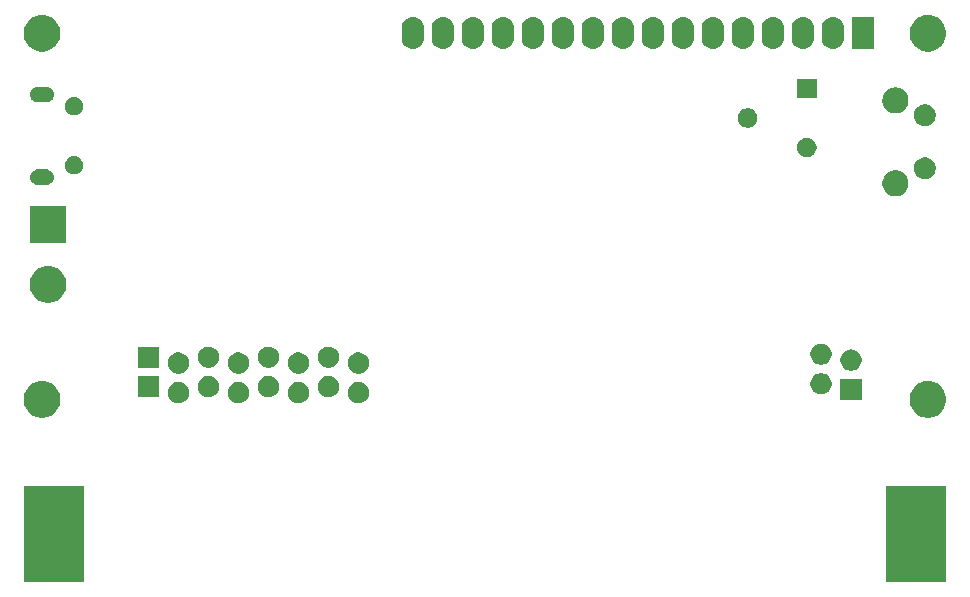
<source format=gbr>
G04 #@! TF.GenerationSoftware,KiCad,Pcbnew,5.1.5*
G04 #@! TF.CreationDate,2020-05-11T21:35:48+02:00*
G04 #@! TF.ProjectId,VCOMLCD,56434f4d-4c43-4442-9e6b-696361645f70,rev?*
G04 #@! TF.SameCoordinates,Original*
G04 #@! TF.FileFunction,Soldermask,Bot*
G04 #@! TF.FilePolarity,Negative*
%FSLAX46Y46*%
G04 Gerber Fmt 4.6, Leading zero omitted, Abs format (unit mm)*
G04 Created by KiCad (PCBNEW 5.1.5) date 2020-05-11 21:35:48*
%MOMM*%
%LPD*%
G04 APERTURE LIST*
%ADD10C,0.100000*%
G04 APERTURE END LIST*
D10*
G36*
X128051000Y-97051000D02*
G01*
X122949000Y-97051000D01*
X122949000Y-88949000D01*
X128051000Y-88949000D01*
X128051000Y-97051000D01*
G37*
G36*
X55051000Y-97051000D02*
G01*
X49949000Y-97051000D01*
X49949000Y-88949000D01*
X55051000Y-88949000D01*
X55051000Y-97051000D01*
G37*
G36*
X51803105Y-80049502D02*
G01*
X51952930Y-80079304D01*
X52235194Y-80196221D01*
X52489225Y-80365959D01*
X52705261Y-80581995D01*
X52874999Y-80836026D01*
X52991123Y-81116376D01*
X52991916Y-81118291D01*
X53048151Y-81401000D01*
X53051520Y-81417940D01*
X53051520Y-81723460D01*
X52991916Y-82023110D01*
X52874999Y-82305374D01*
X52705261Y-82559405D01*
X52489225Y-82775441D01*
X52235194Y-82945179D01*
X51952930Y-83062096D01*
X51803105Y-83091898D01*
X51653281Y-83121700D01*
X51347759Y-83121700D01*
X51197935Y-83091898D01*
X51048110Y-83062096D01*
X50765846Y-82945179D01*
X50511815Y-82775441D01*
X50295779Y-82559405D01*
X50126041Y-82305374D01*
X50009124Y-82023110D01*
X49949520Y-81723460D01*
X49949520Y-81417940D01*
X49952890Y-81401000D01*
X50009124Y-81118291D01*
X50009917Y-81116376D01*
X50126041Y-80836026D01*
X50295779Y-80581995D01*
X50511815Y-80365959D01*
X50765846Y-80196221D01*
X51048110Y-80079304D01*
X51197935Y-80049502D01*
X51347759Y-80019700D01*
X51653281Y-80019700D01*
X51803105Y-80049502D01*
G37*
G36*
X126801685Y-80049502D02*
G01*
X126951510Y-80079304D01*
X127233774Y-80196221D01*
X127487805Y-80365959D01*
X127703841Y-80581995D01*
X127873579Y-80836026D01*
X127989703Y-81116376D01*
X127990496Y-81118291D01*
X128046731Y-81401000D01*
X128050100Y-81417940D01*
X128050100Y-81723460D01*
X127990496Y-82023110D01*
X127873579Y-82305374D01*
X127703841Y-82559405D01*
X127487805Y-82775441D01*
X127233774Y-82945179D01*
X126951510Y-83062096D01*
X126801685Y-83091898D01*
X126651861Y-83121700D01*
X126346339Y-83121700D01*
X126196515Y-83091898D01*
X126046690Y-83062096D01*
X125764426Y-82945179D01*
X125510395Y-82775441D01*
X125294359Y-82559405D01*
X125124621Y-82305374D01*
X125007704Y-82023110D01*
X124948100Y-81723460D01*
X124948100Y-81417940D01*
X124951470Y-81401000D01*
X125007704Y-81118291D01*
X125008497Y-81116376D01*
X125124621Y-80836026D01*
X125294359Y-80581995D01*
X125510395Y-80365959D01*
X125764426Y-80196221D01*
X126046690Y-80079304D01*
X126196515Y-80049502D01*
X126346339Y-80019700D01*
X126651861Y-80019700D01*
X126801685Y-80049502D01*
G37*
G36*
X68233512Y-80103927D02*
G01*
X68382812Y-80133624D01*
X68546784Y-80201544D01*
X68694354Y-80300147D01*
X68819853Y-80425646D01*
X68918456Y-80573216D01*
X68986376Y-80737188D01*
X69021000Y-80911259D01*
X69021000Y-81088741D01*
X68986376Y-81262812D01*
X68918456Y-81426784D01*
X68819853Y-81574354D01*
X68694354Y-81699853D01*
X68546784Y-81798456D01*
X68382812Y-81866376D01*
X68233512Y-81896073D01*
X68208742Y-81901000D01*
X68031258Y-81901000D01*
X68006488Y-81896073D01*
X67857188Y-81866376D01*
X67693216Y-81798456D01*
X67545646Y-81699853D01*
X67420147Y-81574354D01*
X67321544Y-81426784D01*
X67253624Y-81262812D01*
X67219000Y-81088741D01*
X67219000Y-80911259D01*
X67253624Y-80737188D01*
X67321544Y-80573216D01*
X67420147Y-80425646D01*
X67545646Y-80300147D01*
X67693216Y-80201544D01*
X67857188Y-80133624D01*
X68006488Y-80103927D01*
X68031258Y-80099000D01*
X68208742Y-80099000D01*
X68233512Y-80103927D01*
G37*
G36*
X63153512Y-80103927D02*
G01*
X63302812Y-80133624D01*
X63466784Y-80201544D01*
X63614354Y-80300147D01*
X63739853Y-80425646D01*
X63838456Y-80573216D01*
X63906376Y-80737188D01*
X63941000Y-80911259D01*
X63941000Y-81088741D01*
X63906376Y-81262812D01*
X63838456Y-81426784D01*
X63739853Y-81574354D01*
X63614354Y-81699853D01*
X63466784Y-81798456D01*
X63302812Y-81866376D01*
X63153512Y-81896073D01*
X63128742Y-81901000D01*
X62951258Y-81901000D01*
X62926488Y-81896073D01*
X62777188Y-81866376D01*
X62613216Y-81798456D01*
X62465646Y-81699853D01*
X62340147Y-81574354D01*
X62241544Y-81426784D01*
X62173624Y-81262812D01*
X62139000Y-81088741D01*
X62139000Y-80911259D01*
X62173624Y-80737188D01*
X62241544Y-80573216D01*
X62340147Y-80425646D01*
X62465646Y-80300147D01*
X62613216Y-80201544D01*
X62777188Y-80133624D01*
X62926488Y-80103927D01*
X62951258Y-80099000D01*
X63128742Y-80099000D01*
X63153512Y-80103927D01*
G37*
G36*
X73313512Y-80103927D02*
G01*
X73462812Y-80133624D01*
X73626784Y-80201544D01*
X73774354Y-80300147D01*
X73899853Y-80425646D01*
X73998456Y-80573216D01*
X74066376Y-80737188D01*
X74101000Y-80911259D01*
X74101000Y-81088741D01*
X74066376Y-81262812D01*
X73998456Y-81426784D01*
X73899853Y-81574354D01*
X73774354Y-81699853D01*
X73626784Y-81798456D01*
X73462812Y-81866376D01*
X73313512Y-81896073D01*
X73288742Y-81901000D01*
X73111258Y-81901000D01*
X73086488Y-81896073D01*
X72937188Y-81866376D01*
X72773216Y-81798456D01*
X72625646Y-81699853D01*
X72500147Y-81574354D01*
X72401544Y-81426784D01*
X72333624Y-81262812D01*
X72299000Y-81088741D01*
X72299000Y-80911259D01*
X72333624Y-80737188D01*
X72401544Y-80573216D01*
X72500147Y-80425646D01*
X72625646Y-80300147D01*
X72773216Y-80201544D01*
X72937188Y-80133624D01*
X73086488Y-80103927D01*
X73111258Y-80099000D01*
X73288742Y-80099000D01*
X73313512Y-80103927D01*
G37*
G36*
X78393512Y-80103927D02*
G01*
X78542812Y-80133624D01*
X78706784Y-80201544D01*
X78854354Y-80300147D01*
X78979853Y-80425646D01*
X79078456Y-80573216D01*
X79146376Y-80737188D01*
X79181000Y-80911259D01*
X79181000Y-81088741D01*
X79146376Y-81262812D01*
X79078456Y-81426784D01*
X78979853Y-81574354D01*
X78854354Y-81699853D01*
X78706784Y-81798456D01*
X78542812Y-81866376D01*
X78393512Y-81896073D01*
X78368742Y-81901000D01*
X78191258Y-81901000D01*
X78166488Y-81896073D01*
X78017188Y-81866376D01*
X77853216Y-81798456D01*
X77705646Y-81699853D01*
X77580147Y-81574354D01*
X77481544Y-81426784D01*
X77413624Y-81262812D01*
X77379000Y-81088741D01*
X77379000Y-80911259D01*
X77413624Y-80737188D01*
X77481544Y-80573216D01*
X77580147Y-80425646D01*
X77705646Y-80300147D01*
X77853216Y-80201544D01*
X78017188Y-80133624D01*
X78166488Y-80103927D01*
X78191258Y-80099000D01*
X78368742Y-80099000D01*
X78393512Y-80103927D01*
G37*
G36*
X120901000Y-81651000D02*
G01*
X119099000Y-81651000D01*
X119099000Y-79849000D01*
X120901000Y-79849000D01*
X120901000Y-81651000D01*
G37*
G36*
X61401000Y-81401000D02*
G01*
X59599000Y-81401000D01*
X59599000Y-79599000D01*
X61401000Y-79599000D01*
X61401000Y-81401000D01*
G37*
G36*
X65693512Y-79603927D02*
G01*
X65842812Y-79633624D01*
X66006784Y-79701544D01*
X66154354Y-79800147D01*
X66279853Y-79925646D01*
X66378456Y-80073216D01*
X66446376Y-80237188D01*
X66481000Y-80411259D01*
X66481000Y-80588741D01*
X66446376Y-80762812D01*
X66378456Y-80926784D01*
X66279853Y-81074354D01*
X66154354Y-81199853D01*
X66006784Y-81298456D01*
X65842812Y-81366376D01*
X65693512Y-81396073D01*
X65668742Y-81401000D01*
X65491258Y-81401000D01*
X65466488Y-81396073D01*
X65317188Y-81366376D01*
X65153216Y-81298456D01*
X65005646Y-81199853D01*
X64880147Y-81074354D01*
X64781544Y-80926784D01*
X64713624Y-80762812D01*
X64679000Y-80588741D01*
X64679000Y-80411259D01*
X64713624Y-80237188D01*
X64781544Y-80073216D01*
X64880147Y-79925646D01*
X65005646Y-79800147D01*
X65153216Y-79701544D01*
X65317188Y-79633624D01*
X65466488Y-79603927D01*
X65491258Y-79599000D01*
X65668742Y-79599000D01*
X65693512Y-79603927D01*
G37*
G36*
X70773512Y-79603927D02*
G01*
X70922812Y-79633624D01*
X71086784Y-79701544D01*
X71234354Y-79800147D01*
X71359853Y-79925646D01*
X71458456Y-80073216D01*
X71526376Y-80237188D01*
X71561000Y-80411259D01*
X71561000Y-80588741D01*
X71526376Y-80762812D01*
X71458456Y-80926784D01*
X71359853Y-81074354D01*
X71234354Y-81199853D01*
X71086784Y-81298456D01*
X70922812Y-81366376D01*
X70773512Y-81396073D01*
X70748742Y-81401000D01*
X70571258Y-81401000D01*
X70546488Y-81396073D01*
X70397188Y-81366376D01*
X70233216Y-81298456D01*
X70085646Y-81199853D01*
X69960147Y-81074354D01*
X69861544Y-80926784D01*
X69793624Y-80762812D01*
X69759000Y-80588741D01*
X69759000Y-80411259D01*
X69793624Y-80237188D01*
X69861544Y-80073216D01*
X69960147Y-79925646D01*
X70085646Y-79800147D01*
X70233216Y-79701544D01*
X70397188Y-79633624D01*
X70546488Y-79603927D01*
X70571258Y-79599000D01*
X70748742Y-79599000D01*
X70773512Y-79603927D01*
G37*
G36*
X75853512Y-79603927D02*
G01*
X76002812Y-79633624D01*
X76166784Y-79701544D01*
X76314354Y-79800147D01*
X76439853Y-79925646D01*
X76538456Y-80073216D01*
X76606376Y-80237188D01*
X76641000Y-80411259D01*
X76641000Y-80588741D01*
X76606376Y-80762812D01*
X76538456Y-80926784D01*
X76439853Y-81074354D01*
X76314354Y-81199853D01*
X76166784Y-81298456D01*
X76002812Y-81366376D01*
X75853512Y-81396073D01*
X75828742Y-81401000D01*
X75651258Y-81401000D01*
X75626488Y-81396073D01*
X75477188Y-81366376D01*
X75313216Y-81298456D01*
X75165646Y-81199853D01*
X75040147Y-81074354D01*
X74941544Y-80926784D01*
X74873624Y-80762812D01*
X74839000Y-80588741D01*
X74839000Y-80411259D01*
X74873624Y-80237188D01*
X74941544Y-80073216D01*
X75040147Y-79925646D01*
X75165646Y-79800147D01*
X75313216Y-79701544D01*
X75477188Y-79633624D01*
X75626488Y-79603927D01*
X75651258Y-79599000D01*
X75828742Y-79599000D01*
X75853512Y-79603927D01*
G37*
G36*
X117573512Y-79353927D02*
G01*
X117722812Y-79383624D01*
X117886784Y-79451544D01*
X118034354Y-79550147D01*
X118159853Y-79675646D01*
X118258456Y-79823216D01*
X118326376Y-79987188D01*
X118361000Y-80161259D01*
X118361000Y-80338741D01*
X118326376Y-80512812D01*
X118258456Y-80676784D01*
X118159853Y-80824354D01*
X118034354Y-80949853D01*
X117886784Y-81048456D01*
X117722812Y-81116376D01*
X117573512Y-81146073D01*
X117548742Y-81151000D01*
X117371258Y-81151000D01*
X117346488Y-81146073D01*
X117197188Y-81116376D01*
X117033216Y-81048456D01*
X116885646Y-80949853D01*
X116760147Y-80824354D01*
X116661544Y-80676784D01*
X116593624Y-80512812D01*
X116559000Y-80338741D01*
X116559000Y-80161259D01*
X116593624Y-79987188D01*
X116661544Y-79823216D01*
X116760147Y-79675646D01*
X116885646Y-79550147D01*
X117033216Y-79451544D01*
X117197188Y-79383624D01*
X117346488Y-79353927D01*
X117371258Y-79349000D01*
X117548742Y-79349000D01*
X117573512Y-79353927D01*
G37*
G36*
X78393512Y-77603927D02*
G01*
X78542812Y-77633624D01*
X78706784Y-77701544D01*
X78854354Y-77800147D01*
X78979853Y-77925646D01*
X79078456Y-78073216D01*
X79146376Y-78237188D01*
X79181000Y-78411259D01*
X79181000Y-78588741D01*
X79146376Y-78762812D01*
X79078456Y-78926784D01*
X78979853Y-79074354D01*
X78854354Y-79199853D01*
X78706784Y-79298456D01*
X78542812Y-79366376D01*
X78393512Y-79396073D01*
X78368742Y-79401000D01*
X78191258Y-79401000D01*
X78166488Y-79396073D01*
X78017188Y-79366376D01*
X77853216Y-79298456D01*
X77705646Y-79199853D01*
X77580147Y-79074354D01*
X77481544Y-78926784D01*
X77413624Y-78762812D01*
X77379000Y-78588741D01*
X77379000Y-78411259D01*
X77413624Y-78237188D01*
X77481544Y-78073216D01*
X77580147Y-77925646D01*
X77705646Y-77800147D01*
X77853216Y-77701544D01*
X78017188Y-77633624D01*
X78166488Y-77603927D01*
X78191258Y-77599000D01*
X78368742Y-77599000D01*
X78393512Y-77603927D01*
G37*
G36*
X63153512Y-77603927D02*
G01*
X63302812Y-77633624D01*
X63466784Y-77701544D01*
X63614354Y-77800147D01*
X63739853Y-77925646D01*
X63838456Y-78073216D01*
X63906376Y-78237188D01*
X63941000Y-78411259D01*
X63941000Y-78588741D01*
X63906376Y-78762812D01*
X63838456Y-78926784D01*
X63739853Y-79074354D01*
X63614354Y-79199853D01*
X63466784Y-79298456D01*
X63302812Y-79366376D01*
X63153512Y-79396073D01*
X63128742Y-79401000D01*
X62951258Y-79401000D01*
X62926488Y-79396073D01*
X62777188Y-79366376D01*
X62613216Y-79298456D01*
X62465646Y-79199853D01*
X62340147Y-79074354D01*
X62241544Y-78926784D01*
X62173624Y-78762812D01*
X62139000Y-78588741D01*
X62139000Y-78411259D01*
X62173624Y-78237188D01*
X62241544Y-78073216D01*
X62340147Y-77925646D01*
X62465646Y-77800147D01*
X62613216Y-77701544D01*
X62777188Y-77633624D01*
X62926488Y-77603927D01*
X62951258Y-77599000D01*
X63128742Y-77599000D01*
X63153512Y-77603927D01*
G37*
G36*
X68233512Y-77603927D02*
G01*
X68382812Y-77633624D01*
X68546784Y-77701544D01*
X68694354Y-77800147D01*
X68819853Y-77925646D01*
X68918456Y-78073216D01*
X68986376Y-78237188D01*
X69021000Y-78411259D01*
X69021000Y-78588741D01*
X68986376Y-78762812D01*
X68918456Y-78926784D01*
X68819853Y-79074354D01*
X68694354Y-79199853D01*
X68546784Y-79298456D01*
X68382812Y-79366376D01*
X68233512Y-79396073D01*
X68208742Y-79401000D01*
X68031258Y-79401000D01*
X68006488Y-79396073D01*
X67857188Y-79366376D01*
X67693216Y-79298456D01*
X67545646Y-79199853D01*
X67420147Y-79074354D01*
X67321544Y-78926784D01*
X67253624Y-78762812D01*
X67219000Y-78588741D01*
X67219000Y-78411259D01*
X67253624Y-78237188D01*
X67321544Y-78073216D01*
X67420147Y-77925646D01*
X67545646Y-77800147D01*
X67693216Y-77701544D01*
X67857188Y-77633624D01*
X68006488Y-77603927D01*
X68031258Y-77599000D01*
X68208742Y-77599000D01*
X68233512Y-77603927D01*
G37*
G36*
X73313512Y-77603927D02*
G01*
X73462812Y-77633624D01*
X73626784Y-77701544D01*
X73774354Y-77800147D01*
X73899853Y-77925646D01*
X73998456Y-78073216D01*
X74066376Y-78237188D01*
X74101000Y-78411259D01*
X74101000Y-78588741D01*
X74066376Y-78762812D01*
X73998456Y-78926784D01*
X73899853Y-79074354D01*
X73774354Y-79199853D01*
X73626784Y-79298456D01*
X73462812Y-79366376D01*
X73313512Y-79396073D01*
X73288742Y-79401000D01*
X73111258Y-79401000D01*
X73086488Y-79396073D01*
X72937188Y-79366376D01*
X72773216Y-79298456D01*
X72625646Y-79199853D01*
X72500147Y-79074354D01*
X72401544Y-78926784D01*
X72333624Y-78762812D01*
X72299000Y-78588741D01*
X72299000Y-78411259D01*
X72333624Y-78237188D01*
X72401544Y-78073216D01*
X72500147Y-77925646D01*
X72625646Y-77800147D01*
X72773216Y-77701544D01*
X72937188Y-77633624D01*
X73086488Y-77603927D01*
X73111258Y-77599000D01*
X73288742Y-77599000D01*
X73313512Y-77603927D01*
G37*
G36*
X120113512Y-77353927D02*
G01*
X120262812Y-77383624D01*
X120426784Y-77451544D01*
X120574354Y-77550147D01*
X120699853Y-77675646D01*
X120798456Y-77823216D01*
X120866376Y-77987188D01*
X120901000Y-78161259D01*
X120901000Y-78338741D01*
X120866376Y-78512812D01*
X120798456Y-78676784D01*
X120699853Y-78824354D01*
X120574354Y-78949853D01*
X120426784Y-79048456D01*
X120262812Y-79116376D01*
X120113512Y-79146073D01*
X120088742Y-79151000D01*
X119911258Y-79151000D01*
X119886488Y-79146073D01*
X119737188Y-79116376D01*
X119573216Y-79048456D01*
X119425646Y-78949853D01*
X119300147Y-78824354D01*
X119201544Y-78676784D01*
X119133624Y-78512812D01*
X119099000Y-78338741D01*
X119099000Y-78161259D01*
X119133624Y-77987188D01*
X119201544Y-77823216D01*
X119300147Y-77675646D01*
X119425646Y-77550147D01*
X119573216Y-77451544D01*
X119737188Y-77383624D01*
X119886488Y-77353927D01*
X119911258Y-77349000D01*
X120088742Y-77349000D01*
X120113512Y-77353927D01*
G37*
G36*
X70773512Y-77103927D02*
G01*
X70922812Y-77133624D01*
X71086784Y-77201544D01*
X71234354Y-77300147D01*
X71359853Y-77425646D01*
X71458456Y-77573216D01*
X71526376Y-77737188D01*
X71561000Y-77911259D01*
X71561000Y-78088741D01*
X71526376Y-78262812D01*
X71458456Y-78426784D01*
X71359853Y-78574354D01*
X71234354Y-78699853D01*
X71086784Y-78798456D01*
X70922812Y-78866376D01*
X70773512Y-78896073D01*
X70748742Y-78901000D01*
X70571258Y-78901000D01*
X70546488Y-78896073D01*
X70397188Y-78866376D01*
X70233216Y-78798456D01*
X70085646Y-78699853D01*
X69960147Y-78574354D01*
X69861544Y-78426784D01*
X69793624Y-78262812D01*
X69759000Y-78088741D01*
X69759000Y-77911259D01*
X69793624Y-77737188D01*
X69861544Y-77573216D01*
X69960147Y-77425646D01*
X70085646Y-77300147D01*
X70233216Y-77201544D01*
X70397188Y-77133624D01*
X70546488Y-77103927D01*
X70571258Y-77099000D01*
X70748742Y-77099000D01*
X70773512Y-77103927D01*
G37*
G36*
X75853512Y-77103927D02*
G01*
X76002812Y-77133624D01*
X76166784Y-77201544D01*
X76314354Y-77300147D01*
X76439853Y-77425646D01*
X76538456Y-77573216D01*
X76606376Y-77737188D01*
X76641000Y-77911259D01*
X76641000Y-78088741D01*
X76606376Y-78262812D01*
X76538456Y-78426784D01*
X76439853Y-78574354D01*
X76314354Y-78699853D01*
X76166784Y-78798456D01*
X76002812Y-78866376D01*
X75853512Y-78896073D01*
X75828742Y-78901000D01*
X75651258Y-78901000D01*
X75626488Y-78896073D01*
X75477188Y-78866376D01*
X75313216Y-78798456D01*
X75165646Y-78699853D01*
X75040147Y-78574354D01*
X74941544Y-78426784D01*
X74873624Y-78262812D01*
X74839000Y-78088741D01*
X74839000Y-77911259D01*
X74873624Y-77737188D01*
X74941544Y-77573216D01*
X75040147Y-77425646D01*
X75165646Y-77300147D01*
X75313216Y-77201544D01*
X75477188Y-77133624D01*
X75626488Y-77103927D01*
X75651258Y-77099000D01*
X75828742Y-77099000D01*
X75853512Y-77103927D01*
G37*
G36*
X65693512Y-77103927D02*
G01*
X65842812Y-77133624D01*
X66006784Y-77201544D01*
X66154354Y-77300147D01*
X66279853Y-77425646D01*
X66378456Y-77573216D01*
X66446376Y-77737188D01*
X66481000Y-77911259D01*
X66481000Y-78088741D01*
X66446376Y-78262812D01*
X66378456Y-78426784D01*
X66279853Y-78574354D01*
X66154354Y-78699853D01*
X66006784Y-78798456D01*
X65842812Y-78866376D01*
X65693512Y-78896073D01*
X65668742Y-78901000D01*
X65491258Y-78901000D01*
X65466488Y-78896073D01*
X65317188Y-78866376D01*
X65153216Y-78798456D01*
X65005646Y-78699853D01*
X64880147Y-78574354D01*
X64781544Y-78426784D01*
X64713624Y-78262812D01*
X64679000Y-78088741D01*
X64679000Y-77911259D01*
X64713624Y-77737188D01*
X64781544Y-77573216D01*
X64880147Y-77425646D01*
X65005646Y-77300147D01*
X65153216Y-77201544D01*
X65317188Y-77133624D01*
X65466488Y-77103927D01*
X65491258Y-77099000D01*
X65668742Y-77099000D01*
X65693512Y-77103927D01*
G37*
G36*
X61401000Y-78901000D02*
G01*
X59599000Y-78901000D01*
X59599000Y-77099000D01*
X61401000Y-77099000D01*
X61401000Y-78901000D01*
G37*
G36*
X117573512Y-76853927D02*
G01*
X117722812Y-76883624D01*
X117886784Y-76951544D01*
X118034354Y-77050147D01*
X118159853Y-77175646D01*
X118258456Y-77323216D01*
X118326376Y-77487188D01*
X118361000Y-77661259D01*
X118361000Y-77838741D01*
X118326376Y-78012812D01*
X118258456Y-78176784D01*
X118159853Y-78324354D01*
X118034354Y-78449853D01*
X117886784Y-78548456D01*
X117722812Y-78616376D01*
X117573512Y-78646073D01*
X117548742Y-78651000D01*
X117371258Y-78651000D01*
X117346488Y-78646073D01*
X117197188Y-78616376D01*
X117033216Y-78548456D01*
X116885646Y-78449853D01*
X116760147Y-78324354D01*
X116661544Y-78176784D01*
X116593624Y-78012812D01*
X116559000Y-77838741D01*
X116559000Y-77661259D01*
X116593624Y-77487188D01*
X116661544Y-77323216D01*
X116760147Y-77175646D01*
X116885646Y-77050147D01*
X117033216Y-76951544D01*
X117197188Y-76883624D01*
X117346488Y-76853927D01*
X117371258Y-76849000D01*
X117548742Y-76849000D01*
X117573512Y-76853927D01*
G37*
G36*
X52302585Y-70308802D02*
G01*
X52452410Y-70338604D01*
X52734674Y-70455521D01*
X52988705Y-70625259D01*
X53204741Y-70841295D01*
X53374479Y-71095326D01*
X53491396Y-71377590D01*
X53551000Y-71677240D01*
X53551000Y-71982760D01*
X53491396Y-72282410D01*
X53374479Y-72564674D01*
X53204741Y-72818705D01*
X52988705Y-73034741D01*
X52734674Y-73204479D01*
X52452410Y-73321396D01*
X52302585Y-73351198D01*
X52152761Y-73381000D01*
X51847239Y-73381000D01*
X51697415Y-73351198D01*
X51547590Y-73321396D01*
X51265326Y-73204479D01*
X51011295Y-73034741D01*
X50795259Y-72818705D01*
X50625521Y-72564674D01*
X50508604Y-72282410D01*
X50449000Y-71982760D01*
X50449000Y-71677240D01*
X50508604Y-71377590D01*
X50625521Y-71095326D01*
X50795259Y-70841295D01*
X51011295Y-70625259D01*
X51265326Y-70455521D01*
X51547590Y-70338604D01*
X51697415Y-70308802D01*
X51847239Y-70279000D01*
X52152761Y-70279000D01*
X52302585Y-70308802D01*
G37*
G36*
X53551000Y-68301000D02*
G01*
X50449000Y-68301000D01*
X50449000Y-65199000D01*
X53551000Y-65199000D01*
X53551000Y-68301000D01*
G37*
G36*
X123974795Y-62180156D02*
G01*
X124081150Y-62201311D01*
X124181334Y-62242809D01*
X124281520Y-62284307D01*
X124461844Y-62404795D01*
X124615205Y-62558156D01*
X124735693Y-62738480D01*
X124769713Y-62820611D01*
X124818689Y-62938850D01*
X124830919Y-63000336D01*
X124861000Y-63151560D01*
X124861000Y-63368440D01*
X124818689Y-63581149D01*
X124735693Y-63781520D01*
X124615205Y-63961844D01*
X124461844Y-64115205D01*
X124281520Y-64235693D01*
X124081150Y-64318689D01*
X123974794Y-64339845D01*
X123868440Y-64361000D01*
X123651560Y-64361000D01*
X123545206Y-64339845D01*
X123438850Y-64318689D01*
X123238480Y-64235693D01*
X123058156Y-64115205D01*
X122904795Y-63961844D01*
X122784307Y-63781520D01*
X122701311Y-63581149D01*
X122659000Y-63368440D01*
X122659000Y-63151560D01*
X122689081Y-63000336D01*
X122701311Y-62938850D01*
X122750287Y-62820611D01*
X122784307Y-62738480D01*
X122904795Y-62558156D01*
X123058156Y-62404795D01*
X123238480Y-62284307D01*
X123338666Y-62242809D01*
X123438850Y-62201311D01*
X123545205Y-62180156D01*
X123651560Y-62159000D01*
X123868440Y-62159000D01*
X123974795Y-62180156D01*
G37*
G36*
X51913855Y-62102140D02*
G01*
X51977618Y-62108420D01*
X52068404Y-62135960D01*
X52100336Y-62145646D01*
X52213425Y-62206094D01*
X52312554Y-62287446D01*
X52393906Y-62386575D01*
X52454354Y-62499664D01*
X52454355Y-62499668D01*
X52491580Y-62622382D01*
X52504149Y-62750000D01*
X52491580Y-62877618D01*
X52487698Y-62890414D01*
X52454354Y-63000336D01*
X52393906Y-63113425D01*
X52312554Y-63212554D01*
X52213425Y-63293906D01*
X52100336Y-63354354D01*
X52068404Y-63364040D01*
X51977618Y-63391580D01*
X51913855Y-63397860D01*
X51881974Y-63401000D01*
X51118026Y-63401000D01*
X51086145Y-63397860D01*
X51022382Y-63391580D01*
X50931596Y-63364040D01*
X50899664Y-63354354D01*
X50786575Y-63293906D01*
X50687446Y-63212554D01*
X50606094Y-63113425D01*
X50545646Y-63000336D01*
X50512302Y-62890414D01*
X50508420Y-62877618D01*
X50495851Y-62750000D01*
X50508420Y-62622382D01*
X50545645Y-62499668D01*
X50545646Y-62499664D01*
X50606094Y-62386575D01*
X50687446Y-62287446D01*
X50786575Y-62206094D01*
X50899664Y-62145646D01*
X50931596Y-62135960D01*
X51022382Y-62108420D01*
X51086145Y-62102140D01*
X51118026Y-62099000D01*
X51881974Y-62099000D01*
X51913855Y-62102140D01*
G37*
G36*
X126520104Y-61109585D02*
G01*
X126688626Y-61179389D01*
X126840291Y-61280728D01*
X126969272Y-61409709D01*
X127070611Y-61561374D01*
X127140415Y-61729896D01*
X127176000Y-61908797D01*
X127176000Y-62091203D01*
X127140415Y-62270104D01*
X127070611Y-62438626D01*
X126969272Y-62590291D01*
X126840291Y-62719272D01*
X126688626Y-62820611D01*
X126520104Y-62890415D01*
X126341203Y-62926000D01*
X126158797Y-62926000D01*
X125979896Y-62890415D01*
X125811374Y-62820611D01*
X125659709Y-62719272D01*
X125530728Y-62590291D01*
X125429389Y-62438626D01*
X125359585Y-62270104D01*
X125324000Y-62091203D01*
X125324000Y-61908797D01*
X125359585Y-61729896D01*
X125429389Y-61561374D01*
X125530728Y-61409709D01*
X125659709Y-61280728D01*
X125811374Y-61179389D01*
X125979896Y-61109585D01*
X126158797Y-61074000D01*
X126341203Y-61074000D01*
X126520104Y-61109585D01*
G37*
G36*
X54426348Y-61003820D02*
G01*
X54426350Y-61003821D01*
X54426351Y-61003821D01*
X54567574Y-61062317D01*
X54567577Y-61062319D01*
X54694669Y-61147239D01*
X54802761Y-61255331D01*
X54819731Y-61280729D01*
X54887683Y-61382426D01*
X54898984Y-61409710D01*
X54946180Y-61523652D01*
X54976000Y-61673569D01*
X54976000Y-61826431D01*
X54959617Y-61908797D01*
X54946179Y-61976351D01*
X54887683Y-62117574D01*
X54887681Y-62117577D01*
X54802761Y-62244669D01*
X54694669Y-62352761D01*
X54616794Y-62404795D01*
X54567574Y-62437683D01*
X54426351Y-62496179D01*
X54426350Y-62496179D01*
X54426348Y-62496180D01*
X54276431Y-62526000D01*
X54123569Y-62526000D01*
X53973652Y-62496180D01*
X53973650Y-62496179D01*
X53973649Y-62496179D01*
X53832426Y-62437683D01*
X53783206Y-62404795D01*
X53705331Y-62352761D01*
X53597239Y-62244669D01*
X53512319Y-62117577D01*
X53512317Y-62117574D01*
X53453821Y-61976351D01*
X53440384Y-61908797D01*
X53424000Y-61826431D01*
X53424000Y-61673569D01*
X53453820Y-61523652D01*
X53501016Y-61409710D01*
X53512317Y-61382426D01*
X53580269Y-61280729D01*
X53597239Y-61255331D01*
X53705331Y-61147239D01*
X53832423Y-61062319D01*
X53832426Y-61062317D01*
X53973649Y-61003821D01*
X53973650Y-61003821D01*
X53973652Y-61003820D01*
X54123569Y-60974000D01*
X54276431Y-60974000D01*
X54426348Y-61003820D01*
G37*
G36*
X116490935Y-59455742D02*
G01*
X116641258Y-59518008D01*
X116776545Y-59608404D01*
X116891596Y-59723455D01*
X116981992Y-59858742D01*
X117044258Y-60009065D01*
X117076000Y-60168646D01*
X117076000Y-60331354D01*
X117044258Y-60490935D01*
X116981992Y-60641258D01*
X116891596Y-60776545D01*
X116776545Y-60891596D01*
X116641258Y-60981992D01*
X116490935Y-61044258D01*
X116331354Y-61076000D01*
X116168646Y-61076000D01*
X116009065Y-61044258D01*
X115858742Y-60981992D01*
X115723455Y-60891596D01*
X115608404Y-60776545D01*
X115518008Y-60641258D01*
X115455742Y-60490935D01*
X115424000Y-60331354D01*
X115424000Y-60168646D01*
X115455742Y-60009065D01*
X115518008Y-59858742D01*
X115608404Y-59723455D01*
X115723455Y-59608404D01*
X115858742Y-59518008D01*
X116009065Y-59455742D01*
X116168646Y-59424000D01*
X116331354Y-59424000D01*
X116490935Y-59455742D01*
G37*
G36*
X111490935Y-56955742D02*
G01*
X111641258Y-57018008D01*
X111776545Y-57108404D01*
X111891596Y-57223455D01*
X111981992Y-57358742D01*
X112044258Y-57509065D01*
X112076000Y-57668646D01*
X112076000Y-57831354D01*
X112044258Y-57990935D01*
X111981992Y-58141258D01*
X111891596Y-58276545D01*
X111776545Y-58391596D01*
X111641258Y-58481992D01*
X111490935Y-58544258D01*
X111331354Y-58576000D01*
X111168646Y-58576000D01*
X111009065Y-58544258D01*
X110858742Y-58481992D01*
X110723455Y-58391596D01*
X110608404Y-58276545D01*
X110518008Y-58141258D01*
X110455742Y-57990935D01*
X110424000Y-57831354D01*
X110424000Y-57668646D01*
X110455742Y-57509065D01*
X110518008Y-57358742D01*
X110608404Y-57223455D01*
X110723455Y-57108404D01*
X110858742Y-57018008D01*
X111009065Y-56955742D01*
X111168646Y-56924000D01*
X111331354Y-56924000D01*
X111490935Y-56955742D01*
G37*
G36*
X126520104Y-56609585D02*
G01*
X126688626Y-56679389D01*
X126840291Y-56780728D01*
X126969272Y-56909709D01*
X127070611Y-57061374D01*
X127140415Y-57229896D01*
X127176000Y-57408797D01*
X127176000Y-57591203D01*
X127140415Y-57770104D01*
X127070611Y-57938626D01*
X126969272Y-58090291D01*
X126840291Y-58219272D01*
X126688626Y-58320611D01*
X126520104Y-58390415D01*
X126341203Y-58426000D01*
X126158797Y-58426000D01*
X125979896Y-58390415D01*
X125811374Y-58320611D01*
X125659709Y-58219272D01*
X125530728Y-58090291D01*
X125429389Y-57938626D01*
X125359585Y-57770104D01*
X125324000Y-57591203D01*
X125324000Y-57408797D01*
X125359585Y-57229896D01*
X125429389Y-57061374D01*
X125530728Y-56909709D01*
X125659709Y-56780728D01*
X125811374Y-56679389D01*
X125979896Y-56609585D01*
X126158797Y-56574000D01*
X126341203Y-56574000D01*
X126520104Y-56609585D01*
G37*
G36*
X54426348Y-56003820D02*
G01*
X54426350Y-56003821D01*
X54426351Y-56003821D01*
X54567574Y-56062317D01*
X54567577Y-56062319D01*
X54694669Y-56147239D01*
X54802761Y-56255331D01*
X54871655Y-56358439D01*
X54887683Y-56382426D01*
X54946179Y-56523649D01*
X54946180Y-56523652D01*
X54976000Y-56673569D01*
X54976000Y-56826431D01*
X54950279Y-56955743D01*
X54946179Y-56976351D01*
X54887683Y-57117574D01*
X54887681Y-57117577D01*
X54802761Y-57244669D01*
X54694669Y-57352761D01*
X54610805Y-57408797D01*
X54567574Y-57437683D01*
X54426351Y-57496179D01*
X54426350Y-57496179D01*
X54426348Y-57496180D01*
X54276431Y-57526000D01*
X54123569Y-57526000D01*
X53973652Y-57496180D01*
X53973650Y-57496179D01*
X53973649Y-57496179D01*
X53832426Y-57437683D01*
X53789195Y-57408797D01*
X53705331Y-57352761D01*
X53597239Y-57244669D01*
X53512319Y-57117577D01*
X53512317Y-57117574D01*
X53453821Y-56976351D01*
X53449722Y-56955743D01*
X53424000Y-56826431D01*
X53424000Y-56673569D01*
X53453820Y-56523652D01*
X53453821Y-56523649D01*
X53512317Y-56382426D01*
X53528345Y-56358439D01*
X53597239Y-56255331D01*
X53705331Y-56147239D01*
X53832423Y-56062319D01*
X53832426Y-56062317D01*
X53973649Y-56003821D01*
X53973650Y-56003821D01*
X53973652Y-56003820D01*
X54123569Y-55974000D01*
X54276431Y-55974000D01*
X54426348Y-56003820D01*
G37*
G36*
X123974795Y-55170156D02*
G01*
X124081150Y-55191311D01*
X124181334Y-55232809D01*
X124281520Y-55274307D01*
X124461844Y-55394795D01*
X124615205Y-55548156D01*
X124735693Y-55728480D01*
X124735693Y-55728481D01*
X124818689Y-55928850D01*
X124833602Y-56003821D01*
X124855404Y-56113425D01*
X124861000Y-56141561D01*
X124861000Y-56358439D01*
X124818689Y-56571150D01*
X124802768Y-56609586D01*
X124735693Y-56771520D01*
X124615205Y-56951844D01*
X124461844Y-57105205D01*
X124281520Y-57225693D01*
X124081150Y-57308689D01*
X123974795Y-57329844D01*
X123868440Y-57351000D01*
X123651560Y-57351000D01*
X123545205Y-57329844D01*
X123438850Y-57308689D01*
X123238480Y-57225693D01*
X123058156Y-57105205D01*
X122904795Y-56951844D01*
X122784307Y-56771520D01*
X122717232Y-56609586D01*
X122701311Y-56571150D01*
X122659000Y-56358439D01*
X122659000Y-56141561D01*
X122664597Y-56113425D01*
X122686398Y-56003821D01*
X122701311Y-55928850D01*
X122784307Y-55728481D01*
X122784307Y-55728480D01*
X122904795Y-55548156D01*
X123058156Y-55394795D01*
X123238480Y-55274307D01*
X123338666Y-55232809D01*
X123438850Y-55191311D01*
X123545205Y-55170156D01*
X123651560Y-55149000D01*
X123868440Y-55149000D01*
X123974795Y-55170156D01*
G37*
G36*
X51913855Y-55102140D02*
G01*
X51977618Y-55108420D01*
X52068404Y-55135960D01*
X52100336Y-55145646D01*
X52213425Y-55206094D01*
X52312554Y-55287446D01*
X52393906Y-55386575D01*
X52454354Y-55499664D01*
X52454355Y-55499668D01*
X52491580Y-55622382D01*
X52504149Y-55750000D01*
X52491580Y-55877618D01*
X52464040Y-55968404D01*
X52454354Y-56000336D01*
X52393906Y-56113425D01*
X52312554Y-56212554D01*
X52213425Y-56293906D01*
X52100336Y-56354354D01*
X52086869Y-56358439D01*
X51977618Y-56391580D01*
X51913855Y-56397860D01*
X51881974Y-56401000D01*
X51118026Y-56401000D01*
X51086145Y-56397860D01*
X51022382Y-56391580D01*
X50913131Y-56358439D01*
X50899664Y-56354354D01*
X50786575Y-56293906D01*
X50687446Y-56212554D01*
X50606094Y-56113425D01*
X50545646Y-56000336D01*
X50535960Y-55968404D01*
X50508420Y-55877618D01*
X50495851Y-55750000D01*
X50508420Y-55622382D01*
X50545645Y-55499668D01*
X50545646Y-55499664D01*
X50606094Y-55386575D01*
X50687446Y-55287446D01*
X50786575Y-55206094D01*
X50899664Y-55145646D01*
X50931596Y-55135960D01*
X51022382Y-55108420D01*
X51086145Y-55102140D01*
X51118026Y-55099000D01*
X51881974Y-55099000D01*
X51913855Y-55102140D01*
G37*
G36*
X117076000Y-56076000D02*
G01*
X115424000Y-56076000D01*
X115424000Y-54424000D01*
X117076000Y-54424000D01*
X117076000Y-56076000D01*
G37*
G36*
X126801685Y-49048802D02*
G01*
X126951510Y-49078604D01*
X127233774Y-49195521D01*
X127487805Y-49365259D01*
X127703841Y-49581295D01*
X127873579Y-49835326D01*
X127990496Y-50117590D01*
X128050100Y-50417240D01*
X128050100Y-50722760D01*
X127990496Y-51022410D01*
X127873579Y-51304674D01*
X127703841Y-51558705D01*
X127487805Y-51774741D01*
X127233774Y-51944479D01*
X126951510Y-52061396D01*
X126801685Y-52091198D01*
X126651861Y-52121000D01*
X126346339Y-52121000D01*
X126196515Y-52091198D01*
X126046690Y-52061396D01*
X125764426Y-51944479D01*
X125510395Y-51774741D01*
X125294359Y-51558705D01*
X125124621Y-51304674D01*
X125007704Y-51022410D01*
X124948100Y-50722760D01*
X124948100Y-50417240D01*
X125007704Y-50117590D01*
X125124621Y-49835326D01*
X125294359Y-49581295D01*
X125510395Y-49365259D01*
X125764426Y-49195521D01*
X126046690Y-49078604D01*
X126196515Y-49048802D01*
X126346339Y-49019000D01*
X126651861Y-49019000D01*
X126801685Y-49048802D01*
G37*
G36*
X51802585Y-49048802D02*
G01*
X51952410Y-49078604D01*
X52234674Y-49195521D01*
X52488705Y-49365259D01*
X52704741Y-49581295D01*
X52874479Y-49835326D01*
X52991396Y-50117590D01*
X53051000Y-50417240D01*
X53051000Y-50722760D01*
X52991396Y-51022410D01*
X52874479Y-51304674D01*
X52704741Y-51558705D01*
X52488705Y-51774741D01*
X52234674Y-51944479D01*
X51952410Y-52061396D01*
X51802585Y-52091198D01*
X51652761Y-52121000D01*
X51347239Y-52121000D01*
X51197415Y-52091198D01*
X51047590Y-52061396D01*
X50765326Y-51944479D01*
X50511295Y-51774741D01*
X50295259Y-51558705D01*
X50125521Y-51304674D01*
X50008604Y-51022410D01*
X49949000Y-50722760D01*
X49949000Y-50417240D01*
X50008604Y-50117590D01*
X50125521Y-49835326D01*
X50295259Y-49581295D01*
X50511295Y-49365259D01*
X50765326Y-49195521D01*
X51047590Y-49078604D01*
X51197415Y-49048802D01*
X51347239Y-49019000D01*
X51652761Y-49019000D01*
X51802585Y-49048802D01*
G37*
G36*
X93246425Y-49232760D02*
G01*
X93246428Y-49232761D01*
X93246429Y-49232761D01*
X93425693Y-49287140D01*
X93425696Y-49287142D01*
X93425697Y-49287142D01*
X93590903Y-49375446D01*
X93735712Y-49494288D01*
X93854554Y-49639097D01*
X93942859Y-49804305D01*
X93997240Y-49983574D01*
X94011000Y-50123283D01*
X94011000Y-51016718D01*
X93997240Y-51156425D01*
X93997239Y-51156428D01*
X93997239Y-51156429D01*
X93942860Y-51335693D01*
X93942858Y-51335696D01*
X93942858Y-51335697D01*
X93854554Y-51500903D01*
X93735712Y-51645712D01*
X93590903Y-51764554D01*
X93425696Y-51852858D01*
X93425692Y-51852860D01*
X93246428Y-51907239D01*
X93246427Y-51907239D01*
X93246424Y-51907240D01*
X93060000Y-51925601D01*
X92873575Y-51907240D01*
X92873572Y-51907239D01*
X92873571Y-51907239D01*
X92694307Y-51852860D01*
X92694303Y-51852858D01*
X92529097Y-51764554D01*
X92384288Y-51645712D01*
X92265446Y-51500903D01*
X92177142Y-51335696D01*
X92177141Y-51335693D01*
X92177140Y-51335692D01*
X92122761Y-51156428D01*
X92122761Y-51156427D01*
X92122760Y-51156424D01*
X92109000Y-51016717D01*
X92109000Y-50123282D01*
X92122760Y-49983570D01*
X92177140Y-49804308D01*
X92265447Y-49639097D01*
X92384289Y-49494288D01*
X92529098Y-49375446D01*
X92694304Y-49287142D01*
X92694305Y-49287142D01*
X92694308Y-49287140D01*
X92873572Y-49232761D01*
X92873573Y-49232761D01*
X92873576Y-49232760D01*
X93060000Y-49214399D01*
X93246425Y-49232760D01*
G37*
G36*
X95786425Y-49232760D02*
G01*
X95786428Y-49232761D01*
X95786429Y-49232761D01*
X95965693Y-49287140D01*
X95965696Y-49287142D01*
X95965697Y-49287142D01*
X96130903Y-49375446D01*
X96275712Y-49494288D01*
X96394554Y-49639097D01*
X96482859Y-49804305D01*
X96537240Y-49983574D01*
X96551000Y-50123283D01*
X96551000Y-51016718D01*
X96537240Y-51156425D01*
X96537239Y-51156428D01*
X96537239Y-51156429D01*
X96482860Y-51335693D01*
X96482858Y-51335696D01*
X96482858Y-51335697D01*
X96394554Y-51500903D01*
X96275712Y-51645712D01*
X96130903Y-51764554D01*
X95965696Y-51852858D01*
X95965692Y-51852860D01*
X95786428Y-51907239D01*
X95786427Y-51907239D01*
X95786424Y-51907240D01*
X95600000Y-51925601D01*
X95413575Y-51907240D01*
X95413572Y-51907239D01*
X95413571Y-51907239D01*
X95234307Y-51852860D01*
X95234303Y-51852858D01*
X95069097Y-51764554D01*
X94924288Y-51645712D01*
X94805446Y-51500903D01*
X94717142Y-51335696D01*
X94717141Y-51335693D01*
X94717140Y-51335692D01*
X94662761Y-51156428D01*
X94662761Y-51156427D01*
X94662760Y-51156424D01*
X94649000Y-51016717D01*
X94649000Y-50123282D01*
X94662760Y-49983570D01*
X94717140Y-49804308D01*
X94805447Y-49639097D01*
X94924289Y-49494288D01*
X95069098Y-49375446D01*
X95234304Y-49287142D01*
X95234305Y-49287142D01*
X95234308Y-49287140D01*
X95413572Y-49232761D01*
X95413573Y-49232761D01*
X95413576Y-49232760D01*
X95600000Y-49214399D01*
X95786425Y-49232760D01*
G37*
G36*
X108486425Y-49232760D02*
G01*
X108486428Y-49232761D01*
X108486429Y-49232761D01*
X108665693Y-49287140D01*
X108665696Y-49287142D01*
X108665697Y-49287142D01*
X108830903Y-49375446D01*
X108975712Y-49494288D01*
X109094554Y-49639097D01*
X109182859Y-49804305D01*
X109237240Y-49983574D01*
X109251000Y-50123283D01*
X109251000Y-51016718D01*
X109237240Y-51156425D01*
X109237239Y-51156428D01*
X109237239Y-51156429D01*
X109182860Y-51335693D01*
X109182858Y-51335696D01*
X109182858Y-51335697D01*
X109094554Y-51500903D01*
X108975712Y-51645712D01*
X108830903Y-51764554D01*
X108665696Y-51852858D01*
X108665692Y-51852860D01*
X108486428Y-51907239D01*
X108486427Y-51907239D01*
X108486424Y-51907240D01*
X108300000Y-51925601D01*
X108113575Y-51907240D01*
X108113572Y-51907239D01*
X108113571Y-51907239D01*
X107934307Y-51852860D01*
X107934303Y-51852858D01*
X107769097Y-51764554D01*
X107624288Y-51645712D01*
X107505446Y-51500903D01*
X107417142Y-51335696D01*
X107417141Y-51335693D01*
X107417140Y-51335692D01*
X107362761Y-51156428D01*
X107362761Y-51156427D01*
X107362760Y-51156424D01*
X107349000Y-51016717D01*
X107349000Y-50123282D01*
X107362760Y-49983570D01*
X107417140Y-49804308D01*
X107505447Y-49639097D01*
X107624289Y-49494288D01*
X107769098Y-49375446D01*
X107934304Y-49287142D01*
X107934305Y-49287142D01*
X107934308Y-49287140D01*
X108113572Y-49232761D01*
X108113573Y-49232761D01*
X108113576Y-49232760D01*
X108300000Y-49214399D01*
X108486425Y-49232760D01*
G37*
G36*
X98326425Y-49232760D02*
G01*
X98326428Y-49232761D01*
X98326429Y-49232761D01*
X98505693Y-49287140D01*
X98505696Y-49287142D01*
X98505697Y-49287142D01*
X98670903Y-49375446D01*
X98815712Y-49494288D01*
X98934554Y-49639097D01*
X99022859Y-49804305D01*
X99077240Y-49983574D01*
X99091000Y-50123283D01*
X99091000Y-51016718D01*
X99077240Y-51156425D01*
X99077239Y-51156428D01*
X99077239Y-51156429D01*
X99022860Y-51335693D01*
X99022858Y-51335696D01*
X99022858Y-51335697D01*
X98934554Y-51500903D01*
X98815712Y-51645712D01*
X98670903Y-51764554D01*
X98505696Y-51852858D01*
X98505692Y-51852860D01*
X98326428Y-51907239D01*
X98326427Y-51907239D01*
X98326424Y-51907240D01*
X98140000Y-51925601D01*
X97953575Y-51907240D01*
X97953572Y-51907239D01*
X97953571Y-51907239D01*
X97774307Y-51852860D01*
X97774303Y-51852858D01*
X97609097Y-51764554D01*
X97464288Y-51645712D01*
X97345446Y-51500903D01*
X97257142Y-51335696D01*
X97257141Y-51335693D01*
X97257140Y-51335692D01*
X97202761Y-51156428D01*
X97202761Y-51156427D01*
X97202760Y-51156424D01*
X97189000Y-51016717D01*
X97189000Y-50123282D01*
X97202760Y-49983570D01*
X97257140Y-49804308D01*
X97345447Y-49639097D01*
X97464289Y-49494288D01*
X97609098Y-49375446D01*
X97774304Y-49287142D01*
X97774305Y-49287142D01*
X97774308Y-49287140D01*
X97953572Y-49232761D01*
X97953573Y-49232761D01*
X97953576Y-49232760D01*
X98140000Y-49214399D01*
X98326425Y-49232760D01*
G37*
G36*
X100866425Y-49232760D02*
G01*
X100866428Y-49232761D01*
X100866429Y-49232761D01*
X101045693Y-49287140D01*
X101045696Y-49287142D01*
X101045697Y-49287142D01*
X101210903Y-49375446D01*
X101355712Y-49494288D01*
X101474554Y-49639097D01*
X101562859Y-49804305D01*
X101617240Y-49983574D01*
X101631000Y-50123283D01*
X101631000Y-51016718D01*
X101617240Y-51156425D01*
X101617239Y-51156428D01*
X101617239Y-51156429D01*
X101562860Y-51335693D01*
X101562858Y-51335696D01*
X101562858Y-51335697D01*
X101474554Y-51500903D01*
X101355712Y-51645712D01*
X101210903Y-51764554D01*
X101045696Y-51852858D01*
X101045692Y-51852860D01*
X100866428Y-51907239D01*
X100866427Y-51907239D01*
X100866424Y-51907240D01*
X100680000Y-51925601D01*
X100493575Y-51907240D01*
X100493572Y-51907239D01*
X100493571Y-51907239D01*
X100314307Y-51852860D01*
X100314303Y-51852858D01*
X100149097Y-51764554D01*
X100004288Y-51645712D01*
X99885446Y-51500903D01*
X99797142Y-51335696D01*
X99797141Y-51335693D01*
X99797140Y-51335692D01*
X99742761Y-51156428D01*
X99742761Y-51156427D01*
X99742760Y-51156424D01*
X99729000Y-51016717D01*
X99729000Y-50123282D01*
X99742760Y-49983570D01*
X99797140Y-49804308D01*
X99885447Y-49639097D01*
X100004289Y-49494288D01*
X100149098Y-49375446D01*
X100314304Y-49287142D01*
X100314305Y-49287142D01*
X100314308Y-49287140D01*
X100493572Y-49232761D01*
X100493573Y-49232761D01*
X100493576Y-49232760D01*
X100680000Y-49214399D01*
X100866425Y-49232760D01*
G37*
G36*
X103406425Y-49232760D02*
G01*
X103406428Y-49232761D01*
X103406429Y-49232761D01*
X103585693Y-49287140D01*
X103585696Y-49287142D01*
X103585697Y-49287142D01*
X103750903Y-49375446D01*
X103895712Y-49494288D01*
X104014554Y-49639097D01*
X104102859Y-49804305D01*
X104157240Y-49983574D01*
X104171000Y-50123283D01*
X104171000Y-51016718D01*
X104157240Y-51156425D01*
X104157239Y-51156428D01*
X104157239Y-51156429D01*
X104102860Y-51335693D01*
X104102858Y-51335696D01*
X104102858Y-51335697D01*
X104014554Y-51500903D01*
X103895712Y-51645712D01*
X103750903Y-51764554D01*
X103585696Y-51852858D01*
X103585692Y-51852860D01*
X103406428Y-51907239D01*
X103406427Y-51907239D01*
X103406424Y-51907240D01*
X103220000Y-51925601D01*
X103033575Y-51907240D01*
X103033572Y-51907239D01*
X103033571Y-51907239D01*
X102854307Y-51852860D01*
X102854303Y-51852858D01*
X102689097Y-51764554D01*
X102544288Y-51645712D01*
X102425446Y-51500903D01*
X102337142Y-51335696D01*
X102337141Y-51335693D01*
X102337140Y-51335692D01*
X102282761Y-51156428D01*
X102282761Y-51156427D01*
X102282760Y-51156424D01*
X102269000Y-51016717D01*
X102269000Y-50123282D01*
X102282760Y-49983570D01*
X102337140Y-49804308D01*
X102425447Y-49639097D01*
X102544289Y-49494288D01*
X102689098Y-49375446D01*
X102854304Y-49287142D01*
X102854305Y-49287142D01*
X102854308Y-49287140D01*
X103033572Y-49232761D01*
X103033573Y-49232761D01*
X103033576Y-49232760D01*
X103220000Y-49214399D01*
X103406425Y-49232760D01*
G37*
G36*
X105946425Y-49232760D02*
G01*
X105946428Y-49232761D01*
X105946429Y-49232761D01*
X106125693Y-49287140D01*
X106125696Y-49287142D01*
X106125697Y-49287142D01*
X106290903Y-49375446D01*
X106435712Y-49494288D01*
X106554554Y-49639097D01*
X106642859Y-49804305D01*
X106697240Y-49983574D01*
X106711000Y-50123283D01*
X106711000Y-51016718D01*
X106697240Y-51156425D01*
X106697239Y-51156428D01*
X106697239Y-51156429D01*
X106642860Y-51335693D01*
X106642858Y-51335696D01*
X106642858Y-51335697D01*
X106554554Y-51500903D01*
X106435712Y-51645712D01*
X106290903Y-51764554D01*
X106125696Y-51852858D01*
X106125692Y-51852860D01*
X105946428Y-51907239D01*
X105946427Y-51907239D01*
X105946424Y-51907240D01*
X105760000Y-51925601D01*
X105573575Y-51907240D01*
X105573572Y-51907239D01*
X105573571Y-51907239D01*
X105394307Y-51852860D01*
X105394303Y-51852858D01*
X105229097Y-51764554D01*
X105084288Y-51645712D01*
X104965446Y-51500903D01*
X104877142Y-51335696D01*
X104877141Y-51335693D01*
X104877140Y-51335692D01*
X104822761Y-51156428D01*
X104822761Y-51156427D01*
X104822760Y-51156424D01*
X104809000Y-51016717D01*
X104809000Y-50123282D01*
X104822760Y-49983570D01*
X104877140Y-49804308D01*
X104965447Y-49639097D01*
X105084289Y-49494288D01*
X105229098Y-49375446D01*
X105394304Y-49287142D01*
X105394305Y-49287142D01*
X105394308Y-49287140D01*
X105573572Y-49232761D01*
X105573573Y-49232761D01*
X105573576Y-49232760D01*
X105760000Y-49214399D01*
X105946425Y-49232760D01*
G37*
G36*
X111026425Y-49232760D02*
G01*
X111026428Y-49232761D01*
X111026429Y-49232761D01*
X111205693Y-49287140D01*
X111205696Y-49287142D01*
X111205697Y-49287142D01*
X111370903Y-49375446D01*
X111515712Y-49494288D01*
X111634554Y-49639097D01*
X111722859Y-49804305D01*
X111777240Y-49983574D01*
X111791000Y-50123283D01*
X111791000Y-51016718D01*
X111777240Y-51156425D01*
X111777239Y-51156428D01*
X111777239Y-51156429D01*
X111722860Y-51335693D01*
X111722858Y-51335696D01*
X111722858Y-51335697D01*
X111634554Y-51500903D01*
X111515712Y-51645712D01*
X111370903Y-51764554D01*
X111205696Y-51852858D01*
X111205692Y-51852860D01*
X111026428Y-51907239D01*
X111026427Y-51907239D01*
X111026424Y-51907240D01*
X110840000Y-51925601D01*
X110653575Y-51907240D01*
X110653572Y-51907239D01*
X110653571Y-51907239D01*
X110474307Y-51852860D01*
X110474303Y-51852858D01*
X110309097Y-51764554D01*
X110164288Y-51645712D01*
X110045446Y-51500903D01*
X109957142Y-51335696D01*
X109957141Y-51335693D01*
X109957140Y-51335692D01*
X109902761Y-51156428D01*
X109902761Y-51156427D01*
X109902760Y-51156424D01*
X109889000Y-51016717D01*
X109889000Y-50123282D01*
X109902760Y-49983570D01*
X109957140Y-49804308D01*
X110045447Y-49639097D01*
X110164289Y-49494288D01*
X110309098Y-49375446D01*
X110474304Y-49287142D01*
X110474305Y-49287142D01*
X110474308Y-49287140D01*
X110653572Y-49232761D01*
X110653573Y-49232761D01*
X110653576Y-49232760D01*
X110840000Y-49214399D01*
X111026425Y-49232760D01*
G37*
G36*
X90706425Y-49232760D02*
G01*
X90706428Y-49232761D01*
X90706429Y-49232761D01*
X90885693Y-49287140D01*
X90885696Y-49287142D01*
X90885697Y-49287142D01*
X91050903Y-49375446D01*
X91195712Y-49494288D01*
X91314554Y-49639097D01*
X91402859Y-49804305D01*
X91457240Y-49983574D01*
X91471000Y-50123283D01*
X91471000Y-51016718D01*
X91457240Y-51156425D01*
X91457239Y-51156428D01*
X91457239Y-51156429D01*
X91402860Y-51335693D01*
X91402858Y-51335696D01*
X91402858Y-51335697D01*
X91314554Y-51500903D01*
X91195712Y-51645712D01*
X91050903Y-51764554D01*
X90885696Y-51852858D01*
X90885692Y-51852860D01*
X90706428Y-51907239D01*
X90706427Y-51907239D01*
X90706424Y-51907240D01*
X90520000Y-51925601D01*
X90333575Y-51907240D01*
X90333572Y-51907239D01*
X90333571Y-51907239D01*
X90154307Y-51852860D01*
X90154303Y-51852858D01*
X89989097Y-51764554D01*
X89844288Y-51645712D01*
X89725446Y-51500903D01*
X89637142Y-51335696D01*
X89637141Y-51335693D01*
X89637140Y-51335692D01*
X89582761Y-51156428D01*
X89582761Y-51156427D01*
X89582760Y-51156424D01*
X89569000Y-51016717D01*
X89569000Y-50123282D01*
X89582760Y-49983570D01*
X89637140Y-49804308D01*
X89725447Y-49639097D01*
X89844289Y-49494288D01*
X89989098Y-49375446D01*
X90154304Y-49287142D01*
X90154305Y-49287142D01*
X90154308Y-49287140D01*
X90333572Y-49232761D01*
X90333573Y-49232761D01*
X90333576Y-49232760D01*
X90520000Y-49214399D01*
X90706425Y-49232760D01*
G37*
G36*
X88166425Y-49232760D02*
G01*
X88166428Y-49232761D01*
X88166429Y-49232761D01*
X88345693Y-49287140D01*
X88345696Y-49287142D01*
X88345697Y-49287142D01*
X88510903Y-49375446D01*
X88655712Y-49494288D01*
X88774554Y-49639097D01*
X88862859Y-49804305D01*
X88917240Y-49983574D01*
X88931000Y-50123283D01*
X88931000Y-51016718D01*
X88917240Y-51156425D01*
X88917239Y-51156428D01*
X88917239Y-51156429D01*
X88862860Y-51335693D01*
X88862858Y-51335696D01*
X88862858Y-51335697D01*
X88774554Y-51500903D01*
X88655712Y-51645712D01*
X88510903Y-51764554D01*
X88345696Y-51852858D01*
X88345692Y-51852860D01*
X88166428Y-51907239D01*
X88166427Y-51907239D01*
X88166424Y-51907240D01*
X87980000Y-51925601D01*
X87793575Y-51907240D01*
X87793572Y-51907239D01*
X87793571Y-51907239D01*
X87614307Y-51852860D01*
X87614303Y-51852858D01*
X87449097Y-51764554D01*
X87304288Y-51645712D01*
X87185446Y-51500903D01*
X87097142Y-51335696D01*
X87097141Y-51335693D01*
X87097140Y-51335692D01*
X87042761Y-51156428D01*
X87042761Y-51156427D01*
X87042760Y-51156424D01*
X87029000Y-51016717D01*
X87029000Y-50123282D01*
X87042760Y-49983570D01*
X87097140Y-49804308D01*
X87185447Y-49639097D01*
X87304289Y-49494288D01*
X87449098Y-49375446D01*
X87614304Y-49287142D01*
X87614305Y-49287142D01*
X87614308Y-49287140D01*
X87793572Y-49232761D01*
X87793573Y-49232761D01*
X87793576Y-49232760D01*
X87980000Y-49214399D01*
X88166425Y-49232760D01*
G37*
G36*
X85626425Y-49232760D02*
G01*
X85626428Y-49232761D01*
X85626429Y-49232761D01*
X85805693Y-49287140D01*
X85805696Y-49287142D01*
X85805697Y-49287142D01*
X85970903Y-49375446D01*
X86115712Y-49494288D01*
X86234554Y-49639097D01*
X86322859Y-49804305D01*
X86377240Y-49983574D01*
X86391000Y-50123283D01*
X86391000Y-51016718D01*
X86377240Y-51156425D01*
X86377239Y-51156428D01*
X86377239Y-51156429D01*
X86322860Y-51335693D01*
X86322858Y-51335696D01*
X86322858Y-51335697D01*
X86234554Y-51500903D01*
X86115712Y-51645712D01*
X85970903Y-51764554D01*
X85805696Y-51852858D01*
X85805692Y-51852860D01*
X85626428Y-51907239D01*
X85626427Y-51907239D01*
X85626424Y-51907240D01*
X85440000Y-51925601D01*
X85253575Y-51907240D01*
X85253572Y-51907239D01*
X85253571Y-51907239D01*
X85074307Y-51852860D01*
X85074303Y-51852858D01*
X84909097Y-51764554D01*
X84764288Y-51645712D01*
X84645446Y-51500903D01*
X84557142Y-51335696D01*
X84557141Y-51335693D01*
X84557140Y-51335692D01*
X84502761Y-51156428D01*
X84502761Y-51156427D01*
X84502760Y-51156424D01*
X84489000Y-51016717D01*
X84489000Y-50123282D01*
X84502760Y-49983570D01*
X84557140Y-49804308D01*
X84645447Y-49639097D01*
X84764289Y-49494288D01*
X84909098Y-49375446D01*
X85074304Y-49287142D01*
X85074305Y-49287142D01*
X85074308Y-49287140D01*
X85253572Y-49232761D01*
X85253573Y-49232761D01*
X85253576Y-49232760D01*
X85440000Y-49214399D01*
X85626425Y-49232760D01*
G37*
G36*
X83086425Y-49232760D02*
G01*
X83086428Y-49232761D01*
X83086429Y-49232761D01*
X83265693Y-49287140D01*
X83265696Y-49287142D01*
X83265697Y-49287142D01*
X83430903Y-49375446D01*
X83575712Y-49494288D01*
X83694554Y-49639097D01*
X83782859Y-49804305D01*
X83837240Y-49983574D01*
X83851000Y-50123283D01*
X83851000Y-51016718D01*
X83837240Y-51156425D01*
X83837239Y-51156428D01*
X83837239Y-51156429D01*
X83782860Y-51335693D01*
X83782858Y-51335696D01*
X83782858Y-51335697D01*
X83694554Y-51500903D01*
X83575712Y-51645712D01*
X83430903Y-51764554D01*
X83265696Y-51852858D01*
X83265692Y-51852860D01*
X83086428Y-51907239D01*
X83086427Y-51907239D01*
X83086424Y-51907240D01*
X82900000Y-51925601D01*
X82713575Y-51907240D01*
X82713572Y-51907239D01*
X82713571Y-51907239D01*
X82534307Y-51852860D01*
X82534303Y-51852858D01*
X82369097Y-51764554D01*
X82224288Y-51645712D01*
X82105446Y-51500903D01*
X82017142Y-51335696D01*
X82017141Y-51335693D01*
X82017140Y-51335692D01*
X81962761Y-51156428D01*
X81962761Y-51156427D01*
X81962760Y-51156424D01*
X81949000Y-51016717D01*
X81949000Y-50123282D01*
X81962760Y-49983570D01*
X82017140Y-49804308D01*
X82105447Y-49639097D01*
X82224289Y-49494288D01*
X82369098Y-49375446D01*
X82534304Y-49287142D01*
X82534305Y-49287142D01*
X82534308Y-49287140D01*
X82713572Y-49232761D01*
X82713573Y-49232761D01*
X82713576Y-49232760D01*
X82900000Y-49214399D01*
X83086425Y-49232760D01*
G37*
G36*
X118646425Y-49232760D02*
G01*
X118646428Y-49232761D01*
X118646429Y-49232761D01*
X118825693Y-49287140D01*
X118825696Y-49287142D01*
X118825697Y-49287142D01*
X118990903Y-49375446D01*
X119135712Y-49494288D01*
X119254554Y-49639097D01*
X119342859Y-49804305D01*
X119397240Y-49983574D01*
X119411000Y-50123283D01*
X119411000Y-51016718D01*
X119397240Y-51156425D01*
X119397239Y-51156428D01*
X119397239Y-51156429D01*
X119342860Y-51335693D01*
X119342858Y-51335696D01*
X119342858Y-51335697D01*
X119254554Y-51500903D01*
X119135712Y-51645712D01*
X118990903Y-51764554D01*
X118825696Y-51852858D01*
X118825692Y-51852860D01*
X118646428Y-51907239D01*
X118646427Y-51907239D01*
X118646424Y-51907240D01*
X118460000Y-51925601D01*
X118273575Y-51907240D01*
X118273572Y-51907239D01*
X118273571Y-51907239D01*
X118094307Y-51852860D01*
X118094303Y-51852858D01*
X117929097Y-51764554D01*
X117784288Y-51645712D01*
X117665446Y-51500903D01*
X117577142Y-51335696D01*
X117577141Y-51335693D01*
X117577140Y-51335692D01*
X117522761Y-51156428D01*
X117522761Y-51156427D01*
X117522760Y-51156424D01*
X117509000Y-51016717D01*
X117509000Y-50123282D01*
X117522760Y-49983570D01*
X117577140Y-49804308D01*
X117665447Y-49639097D01*
X117784289Y-49494288D01*
X117929098Y-49375446D01*
X118094304Y-49287142D01*
X118094305Y-49287142D01*
X118094308Y-49287140D01*
X118273572Y-49232761D01*
X118273573Y-49232761D01*
X118273576Y-49232760D01*
X118460000Y-49214399D01*
X118646425Y-49232760D01*
G37*
G36*
X116106425Y-49232760D02*
G01*
X116106428Y-49232761D01*
X116106429Y-49232761D01*
X116285693Y-49287140D01*
X116285696Y-49287142D01*
X116285697Y-49287142D01*
X116450903Y-49375446D01*
X116595712Y-49494288D01*
X116714554Y-49639097D01*
X116802859Y-49804305D01*
X116857240Y-49983574D01*
X116871000Y-50123283D01*
X116871000Y-51016718D01*
X116857240Y-51156425D01*
X116857239Y-51156428D01*
X116857239Y-51156429D01*
X116802860Y-51335693D01*
X116802858Y-51335696D01*
X116802858Y-51335697D01*
X116714554Y-51500903D01*
X116595712Y-51645712D01*
X116450903Y-51764554D01*
X116285696Y-51852858D01*
X116285692Y-51852860D01*
X116106428Y-51907239D01*
X116106427Y-51907239D01*
X116106424Y-51907240D01*
X115920000Y-51925601D01*
X115733575Y-51907240D01*
X115733572Y-51907239D01*
X115733571Y-51907239D01*
X115554307Y-51852860D01*
X115554303Y-51852858D01*
X115389097Y-51764554D01*
X115244288Y-51645712D01*
X115125446Y-51500903D01*
X115037142Y-51335696D01*
X115037141Y-51335693D01*
X115037140Y-51335692D01*
X114982761Y-51156428D01*
X114982761Y-51156427D01*
X114982760Y-51156424D01*
X114969000Y-51016717D01*
X114969000Y-50123282D01*
X114982760Y-49983570D01*
X115037140Y-49804308D01*
X115125447Y-49639097D01*
X115244289Y-49494288D01*
X115389098Y-49375446D01*
X115554304Y-49287142D01*
X115554305Y-49287142D01*
X115554308Y-49287140D01*
X115733572Y-49232761D01*
X115733573Y-49232761D01*
X115733576Y-49232760D01*
X115920000Y-49214399D01*
X116106425Y-49232760D01*
G37*
G36*
X113566425Y-49232760D02*
G01*
X113566428Y-49232761D01*
X113566429Y-49232761D01*
X113745693Y-49287140D01*
X113745696Y-49287142D01*
X113745697Y-49287142D01*
X113910903Y-49375446D01*
X114055712Y-49494288D01*
X114174554Y-49639097D01*
X114262859Y-49804305D01*
X114317240Y-49983574D01*
X114331000Y-50123283D01*
X114331000Y-51016718D01*
X114317240Y-51156425D01*
X114317239Y-51156428D01*
X114317239Y-51156429D01*
X114262860Y-51335693D01*
X114262858Y-51335696D01*
X114262858Y-51335697D01*
X114174554Y-51500903D01*
X114055712Y-51645712D01*
X113910903Y-51764554D01*
X113745696Y-51852858D01*
X113745692Y-51852860D01*
X113566428Y-51907239D01*
X113566427Y-51907239D01*
X113566424Y-51907240D01*
X113380000Y-51925601D01*
X113193575Y-51907240D01*
X113193572Y-51907239D01*
X113193571Y-51907239D01*
X113014307Y-51852860D01*
X113014303Y-51852858D01*
X112849097Y-51764554D01*
X112704288Y-51645712D01*
X112585446Y-51500903D01*
X112497142Y-51335696D01*
X112497141Y-51335693D01*
X112497140Y-51335692D01*
X112442761Y-51156428D01*
X112442761Y-51156427D01*
X112442760Y-51156424D01*
X112429000Y-51016717D01*
X112429000Y-50123282D01*
X112442760Y-49983570D01*
X112497140Y-49804308D01*
X112585447Y-49639097D01*
X112704289Y-49494288D01*
X112849098Y-49375446D01*
X113014304Y-49287142D01*
X113014305Y-49287142D01*
X113014308Y-49287140D01*
X113193572Y-49232761D01*
X113193573Y-49232761D01*
X113193576Y-49232760D01*
X113380000Y-49214399D01*
X113566425Y-49232760D01*
G37*
G36*
X121951000Y-51921000D02*
G01*
X120049000Y-51921000D01*
X120049000Y-49219000D01*
X121951000Y-49219000D01*
X121951000Y-51921000D01*
G37*
M02*

</source>
